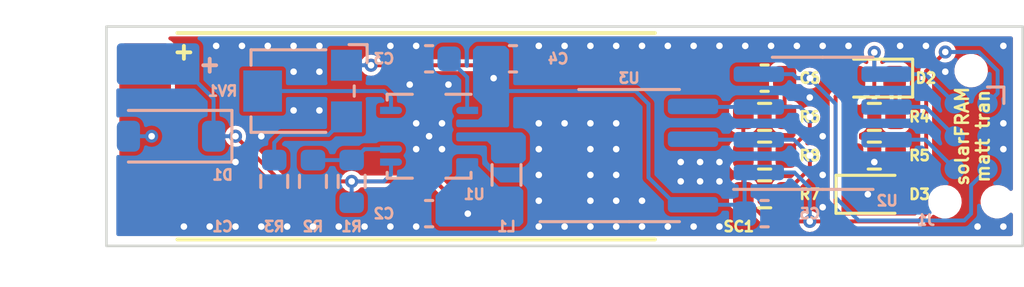
<source format=kicad_pcb>
(kicad_pcb (version 20221018) (generator pcbnew)
  (layers (0 "F.Cu" signal) (31 "B.Cu" signal) (34 "B.Paste" user) (35 "F.Paste" user) (36 "B.SilkS" user "B.Silkscreen") (37 "F.SilkS" user "F.Silkscreen") (38 "B.Mask" user) (39 "F.Mask" user) (44 "Edge.Cuts" user))
  (net 0 "")
  (net 1 "Net-(#FLG01-pwr)")
  (net 2 "GND")
  (net 3 "Net-(U1-VAUX)")
  (net 4 "+5V")
  (net 5 "/~{MCLR}")
  (net 6 "Net-(D1-A)")
  (net 7 "Net-(D2-K)")
  (net 8 "Net-(D3-A)")
  (net 9 "/LED")
  (net 10 "/ICSPCLK")
  (net 11 "/ICSPDAT")
  (net 12 "Net-(U1-L)")
  (net 13 "Net-(U1-UVLO)")
  (net 14 "Net-(R3-Pad1)")
  (net 15 "/SCL")
  (net 16 "/SDA")
  (net 17 "Net-(U1-FB)")
  (footprint "Resistor_SMD:R_0603_1608Metric" (layer "F.Cu") (at 163.5 99.25)
    (fp_text reference "R6" (at 1.75 0) (layer "F.SilkS") (effects (font (size 0.4 0.4) (thickness 0.1) bold)))
    (fp_text value "10k")
    (fp_line (start -0.237258 -0.5225) (end 0.237258 -0.5225) (stroke (width 0.12)) (layer "F.SilkS"))
    (fp_line (start -0.237258 0.5225) (end 0.237258 0.5225) (stroke (width 0.12)) (layer "F.SilkS"))
    (pad "1" smd roundrect (at -0.825 0) (size 0.8 0.95) (layers "F.Cu" "F.Paste" "F.Mask") (net 4 "+5V"))
    (pad "2" smd roundrect (at 0.825 0) (size 0.8 0.95) (layers "F.Cu" "F.Paste" "F.Mask") (net 5 "/~{MCLR}"))
  )
  (footprint "Resistor_SMD:R_0603_1608Metric" (layer "F.Cu") (at 163.5 102.25)
    (fp_text reference "R7" (at 1.75 0) (layer "F.SilkS") (effects (font (size 0.4 0.4) (thickness 0.1) bold)))
    (fp_text value "4k7")
    (fp_line (start -0.237258 -0.5225) (end 0.237258 -0.5225) (stroke (width 0.12)) (layer "F.SilkS"))
    (fp_line (start -0.237258 0.5225) (end 0.237258 0.5225) (stroke (width 0.12)) (layer "F.SilkS"))
    (pad "1" smd roundrect (at -0.825 0) (size 0.8 0.95) (layers "F.Cu" "F.Paste" "F.Mask") (net 4 "+5V"))
    (pad "2" smd roundrect (at 0.825 0) (size 0.8 0.95) (layers "F.Cu" "F.Paste" "F.Mask") (net 15 "/SCL"))
  )
  (footprint "Resistor_SMD:R_0603_1608Metric" (layer "F.Cu") (at 163.5 100.75)
    (fp_text reference "R8" (at 1.75 0) (layer "F.SilkS") (effects (font (size 0.4 0.4) (thickness 0.1) bold)))
    (fp_text value "4k7")
    (fp_line (start -0.237258 -0.5225) (end 0.237258 -0.5225) (stroke (width 0.12)) (layer "F.SilkS"))
    (fp_line (start -0.237258 0.5225) (end 0.237258 0.5225) (stroke (width 0.12)) (layer "F.SilkS"))
    (pad "1" smd roundrect (at -0.825 0) (size 0.8 0.95) (layers "F.Cu" "F.Paste" "F.Mask") (net 4 "+5V"))
    (pad "2" smd roundrect (at 0.825 0) (size 0.8 0.95) (layers "F.Cu" "F.Paste" "F.Mask") (net 16 "/SDA"))
  )
  (footprint "Resistor_SMD:R_0603_1608Metric" (layer "F.Cu") (at 167.75 100.75)
    (fp_text reference "R5" (at 1.75 0) (layer "F.SilkS") (effects (font (size 0.4 0.4) (thickness 0.1) bold)))
    (fp_text value "4k7")
    (fp_line (start -0.237258 -0.5225) (end 0.237258 -0.5225) (stroke (width 0.12)) (layer "F.SilkS"))
    (fp_line (start -0.237258 0.5225) (end 0.237258 0.5225) (stroke (width 0.12)) (layer "F.SilkS"))
    (pad "1" smd roundrect (at -0.825 0) (size 0.8 0.95) (layers "F.Cu" "F.Paste" "F.Mask") (net 9 "/LED"))
    (pad "2" smd roundrect (at 0.825 0) (size 0.8 0.95) (layers "F.Cu" "F.Paste" "F.Mask") (net 8 "Net-(D3-A)"))
  )
  (footprint "Capacitor_SMD:C_0603_1608Metric" (layer "F.Cu") (at 163.5 97.75)
    (fp_text reference "C6" (at 1.75 0) (layer "F.SilkS") (effects (font (size 0.4 0.4) (thickness 0.1) bold)))
    (fp_text value "100n")
    (fp_line (start -0.14058 -0.51) (end 0.14058 -0.51) (stroke (width 0.12)) (layer "F.SilkS"))
    (fp_line (start -0.14058 0.51) (end 0.14058 0.51) (stroke (width 0.12)) (layer "F.SilkS"))
    (pad "1" smd roundrect (at -0.775 0) (size 0.9 0.95) (layers "F.Cu" "F.Paste" "F.Mask") (net 2 "GND"))
    (pad "2" smd roundrect (at 0.775 0) (size 0.9 0.95) (layers "F.Cu" "F.Paste" "F.Mask") (net 5 "/~{MCLR}"))
  )
  (footprint "Resistor_SMD:R_4020_10251Metric" (layer "F.Cu") (at 150 100)
    (fp_text reference "SC1" (at 12.5 3.5) (layer "F.SilkS") (effects (font (size 0.4 0.4) (thickness 0.1) bold)))
    (fp_text value "KXOB25-14X1F")
    (fp_line (start -9.25 -4) (end 9.25 -4) (stroke (width 0.15)) (layer "F.SilkS"))
    (fp_line (start -9 -3.5) (end -9 -3) (stroke (width 0.15)) (layer "F.SilkS"))
    (fp_line (start -8.75 -3.25) (end -9.25 -3.25) (stroke (width 0.15)) (layer "F.SilkS"))
    (fp_line (start 9.25 4) (end -9.25 4) (stroke (width 0.15)) (layer "F.SilkS"))
    (pad "1" smd roundrect (at -10.5 0) (size 2 7.2) (layers "F.Cu" "F.Paste" "F.Mask") (roundrect_rratio 0.1) (net 6 "Net-(D1-A)"))
    (pad "2" smd roundrect (at 10.5 0) (size 2 7.2) (layers "F.Cu" "F.Paste" "F.Mask") (roundrect_rratio 0.1) (net 2 "GND"))
  )
  (footprint "Resistor_SMD:R_0603_1608Metric" (layer "F.Cu") (at 167.75 99.25 180)
    (fp_text reference "R4" (at -1.75 0) (layer "F.SilkS") (effects (font (size 0.4 0.4) (thickness 0.1) bold)))
    (fp_text value "4k7")
    (fp_line (start -0.237258 -0.5225) (end 0.237258 -0.5225) (stroke (width 0.12)) (layer "F.SilkS"))
    (fp_line (start -0.237258 0.5225) (end 0.237258 0.5225) (stroke (width 0.12)) (layer "F.SilkS"))
    (pad "1" smd roundrect (at -0.825 0 180) (size 0.8 0.95) (layers "F.Cu" "F.Paste" "F.Mask") (net 7 "Net-(D2-K)"))
    (pad "2" smd roundrect (at 0.825 0 180) (size 0.8 0.95) (layers "F.Cu" "F.Paste" "F.Mask") (net 9 "/LED"))
  )
  (footprint "LED_SMD:LED_0603_1608Metric" (layer "F.Cu") (at 167.75 97.75 180)
    (fp_text reference "D2" (at -2 0) (layer "F.SilkS") (effects (font (size 0.4 0.4) (thickness 0.1) bold)))
    (fp_text value "FAIL")
    (fp_line (start -1.485 -0.735) (end -1.485 0.735) (stroke (width 0.12)) (layer "F.SilkS"))
    (fp_line (start -1.485 0.735) (end 0.8 0.735) (stroke (width 0.12)) (layer "F.SilkS"))
    (fp_line (start 0.8 -0.735) (end -1.485 -0.735) (stroke (width 0.12)) (layer "F.SilkS"))
    (pad "1" smd roundrect (at -0.7875 0 180) (size 0.875 0.95) (layers "F.Cu" "F.Paste" "F.Mask") (net 7 "Net-(D2-K)"))
    (pad "2" smd roundrect (at 0.7875 0 180) (size 0.875 0.95) (layers "F.Cu" "F.Paste" "F.Mask") (net 4 "+5V"))
  )
  (footprint "LED_SMD:LED_0603_1608Metric" (layer "F.Cu") (at 167.75 102.25)
    (fp_text reference "D3" (at 1.75 0) (layer "F.SilkS") (effects (font (size 0.4 0.4) (thickness 0.1) bold)))
    (fp_text value "PASS")
    (fp_line (start -1.485 -0.735) (end -1.485 0.735) (stroke (width 0.12)) (layer "F.SilkS"))
    (fp_line (start -1.485 0.735) (end 0.8 0.735) (stroke (width 0.12)) (layer "F.SilkS"))
    (fp_line (start 0.8 -0.735) (end -1.485 -0.735) (stroke (width 0.12)) (layer "F.SilkS"))
    (pad "1" smd roundrect (at -0.7875 0) (size 0.875 0.95) (layers "F.Cu" "F.Paste" "F.Mask") (net 2 "GND"))
    (pad "2" smd roundrect (at 0.7875 0) (size 0.875 0.95) (layers "F.Cu" "F.Paste" "F.Mask") (net 8 "Net-(D3-A)"))
  )
  (footprint "Connector_PinHeader_2.54mm:PinHeader_1x02_P2.54mm_Vertical" (layer "B.Cu") (at 140 100 180)
    (fp_text reference "C1" (at -2.5 -3.5) (layer "B.SilkS") (effects (font (size 0.4 0.4) (thickness 0.1) bold) (justify mirror)))
    (fp_text value "0.47F")
    (fp_line (start -2 3) (end -2 2.5) (stroke (width 0.15)) (layer "B.SilkS"))
    (fp_line (start -1.75 2.75) (end -2.25 2.75) (stroke (width 0.15)) (layer "B.SilkS"))
    (pad "1" smd roundrect (at 0 2.8 180) (size 3.2 1.6) (layers "B.Cu" "B.Paste" "B.Mask") (roundrect_rratio 0.1) (net 1 "Net-(#FLG01-pwr)"))
    (pad "2" smd roundrect (at 0 -2.8 180) (size 3.2 1.6) (layers "B.Cu" "B.Paste" "B.Mask") (roundrect_rratio 0.1) (net 2 "GND"))
  )
  (footprint "Capacitor_SMD:C_0603_1608Metric" (layer "B.Cu") (at 153.75 97)
    (fp_text reference "C4" (at 1.75 0) (layer "B.SilkS") (effects (font (size 0.4 0.4) (thickness 0.1) bold) (justify mirror)))
    (fp_text value "10u")
    (fp_line (start -0.14058 -0.51) (end 0.14058 -0.51) (stroke (width 0.12)) (layer "B.SilkS"))
    (fp_line (start -0.14058 0.51) (end 0.14058 0.51) (stroke (width 0.12)) (layer "B.SilkS"))
    (pad "1" smd roundrect (at -0.775 0) (size 0.9 0.95) (layers "B.Cu" "B.Paste" "B.Mask") (net 4 "+5V"))
    (pad "2" smd roundrect (at 0.775 0) (size 0.9 0.95) (layers "B.Cu" "B.Paste" "B.Mask") (net 2 "GND"))
  )
  (footprint "Package_SO:SOIC-8_3.9x4.9mm_P1.27mm" (layer "B.Cu") (at 158.25 100.75)
    (fp_text reference "U3" (at 0 -3) (layer "B.SilkS") (effects (font (size 0.4 0.4) (thickness 0.1) bold) (justify mirror)))
    (fp_text value "FM24C64B")
    (fp_line (start 0 -2.56) (end -1.95 -2.56) (stroke (width 0.12)) (layer "B.SilkS"))
    (fp_line (start 0 -2.56) (end 1.95 -2.56) (stroke (width 0.12)) (layer "B.SilkS"))
    (fp_line (start 0 2.56) (end -3.45 2.56) (stroke (width 0.12)) (layer "B.SilkS"))
    (fp_line (start 0 2.56) (end 1.95 2.56) (stroke (width 0.12)) (layer "B.SilkS"))
    (pad "1" smd roundrect (at -2.475 1.905) (size 1.95 0.6) (layers "B.Cu" "B.Paste" "B.Mask") (net 2 "GND"))
    (pad "2" smd roundrect (at -2.475 0.635) (size 1.95 0.6) (layers "B.Cu" "B.Paste" "B.Mask") (net 2 "GND"))
    (pad "3" smd roundrect (at -2.475 -0.635) (size 1.95 0.6) (layers "B.Cu" "B.Paste" "B.Mask") (net 2 "GND"))
    (pad "4" smd roundrect (at -2.475 -1.905) (size 1.95 0.6) (layers "B.Cu" "B.Paste" "B.Mask") (net 2 "GND"))
    (pad "5" smd roundrect (at 2.475 -1.905) (size 1.95 0.6) (layers "B.Cu" "B.Paste" "B.Mask") (net 16 "/SDA"))
    (pad "6" smd roundrect (at 2.475 -0.635) (size 1.95 0.6) (layers "B.Cu" "B.Paste" "B.Mask") (net 15 "/SCL"))
    (pad "7" smd roundrect (at 2.475 0.635) (size 1.95 0.6) (layers "B.Cu" "B.Paste" "B.Mask") (net 2 "GND"))
    (pad "8" smd roundrect (at 2.475 1.905) (size 1.95 0.6) (layers "B.Cu" "B.Paste" "B.Mask") (net 4 "+5V"))
  )
  (footprint "Package_SON:Texas_S-PVSON-N10_ThermalVias" (layer "B.Cu") (at 150.5 100 180)
    (fp_text reference "U1" (at -1.75 -2.25) (layer "B.SilkS") (effects (font (size 0.4 0.4) (thickness 0.1) bold) (justify mirror)))
    (fp_text value "TPS61201DRC")
    (fp_line (start -1.625 -1.625) (end -1.625 -1.4) (stroke (width 0.12)) (layer "B.SilkS"))
    (fp_line (start -1.625 -1.625) (end -0.65 -1.625) (stroke (width 0.12)) (layer "B.SilkS"))
    (fp_line (start -1.625 1.625) (end -0.65 1.625) (stroke (width 0.12)) (layer "B.SilkS"))
    (fp_line (start 0.65 -1.625) (end 1.625 -1.625) (stroke (width 0.12)) (layer "B.SilkS"))
    (fp_line (start 0.65 1.625) (end 1.625 1.625) (stroke (width 0.12)) (layer "B.SilkS"))
    (fp_line (start 1.625 -1.4) (end 1.625 -1.625) (stroke (width 0.12)) (layer "B.SilkS"))
    (fp_line (start 1.625 1.4) (end 1.625 1.625) (stroke (width 0.12)) (layer "B.SilkS"))
    (pad "1" smd rect (at -1.76 1 180) (size 0.28 0.28) (layers "B.Cu" "B.Paste" "B.Mask") (net 3 "Net-(U1-VAUX)"))
    (pad "1" smd oval (at -1.475 1 180) (size 0.85 0.28) (layers "B.Cu" "B.Paste" "B.Mask") (net 3 "Net-(U1-VAUX)"))
    (pad "2" smd rect (at -1.76 0.5 180) (size 0.28 0.28) (layers "B.Cu" "B.Paste" "B.Mask") (net 4 "+5V"))
    (pad "2" smd oval (at -1.475 0.5 180) (size 0.85 0.28) (layers "B.Cu" "B.Paste" "B.Mask") (net 4 "+5V"))
    (pad "3" smd rect (at -1.76 0 180) (size 0.28 0.28) (layers "B.Cu" "B.Paste" "B.Mask") (net 12 "Net-(U1-L)"))
    (pad "3" smd oval (at -1.475 0 180) (size 0.85 0.28) (layers "B.Cu" "B.Paste" "B.Mask") (net 12 "Net-(U1-L)"))
    (pad "4" smd rect (at -1.76 -0.5 180) (size 0.28 0.28) (layers "B.Cu" "B.Paste" "B.Mask") (net 2 "GND"))
    (pad "4" smd oval (at -1.475 -0.5 180) (size 0.85 0.28) (layers "B.Cu" "B.Paste" "B.Mask") (net 2 "GND"))
    (pad "5" smd rect (at -1.76 -1 180) (size 0.28 0.28) (layers "B.Cu" "B.Paste" "B.Mask") (net 1 "Net-(#FLG01-pwr)"))
    (pad "5" smd oval (at -1.475 -1 180) (size 0.85 0.28) (layers "B.Cu" "B.Paste" "B.Mask") (net 1 "Net-(#FLG01-pwr)"))
    (pad "6" smd oval (at 1.475 -1 180) (size 0.85 0.28) (layers "B.Cu" "B.Paste" "B.Mask") (net 1 "Net-(#FLG01-pwr)"))
    (pad "6" smd rect (at 1.76 -1 180) (size 0.28 0.28) (layers "B.Cu" "B.Paste" "B.Mask") (net 1 "Net-(#FLG01-pwr)"))
    (pad "7" smd oval (at 1.475 -0.5 180) (size 0.85 0.28) (layers "B.Cu" "B.Paste" "B.Mask") (net 13 "Net-(U1-UVLO)"))
    (pad "7" smd rect (at 1.76 -0.5 180) (size 0.28 0.28) (layers "B.Cu" "B.Paste" "B.Mask") (net 13 "Net-(U1-UVLO)"))
    (pad "8" smd oval (at 1.475 0 180) (size 0.85 0.28) (layers "B.Cu" "B.Paste" "B.Mask") (net 2 "GND"))
    (pad "8" smd rect (at 1.76 0 180) (size 0.28 0.28) (layers "B.Cu" "B.Paste" "B.Mask") (net 2 "GND"))
    (pad "9" smd oval (at 1.475 0.5 180) (size 0.85 0.28) (layers "B.Cu" "B.Paste" "B.Mask") (net 2 "GND"))
    (pad "9" smd rect (at 1.76 0.5 180) (size 0.28 0.28) (layers "B.Cu" "B.Paste" "B.Mask") (net 2 "GND"))
    (pad "10" smd oval (at 1.475 1 180) (size 0.85 0.28) (layers "B.Cu" "B.Paste" "B.Mask") (net 17 "Net-(U1-FB)"))
    (pad "10" smd rect (at 1.76 1 180) (size 0.28 0.28) (layers "B.Cu" "B.Paste" "B.Mask") (net 17 "Net-(U1-FB)"))
    (pad "11" smd rect (at -0.45 -0.635 180) (size 0.68 1.05) (layers "B.Cu" "B.Paste" "B.Mask") (net 2 "GND"))
    (pad "11" smd rect (at -0.45 0.635 180) (size 0.68 1.05) (layers "B.Cu" "B.Paste" "B.Mask") (net 2 "GND"))
    (pad "11" smd rect (at -0.25 -1.63 180) (size 0.26 0.5) (layers "B.Cu" "B.Paste" "B.Mask") (net 2 "GND"))
    (pad "11" smd rect (at -0.25 -1.55 180) (size 0.28 0.7) (layers "B.Cu" "B.Mask") (net 2 "GND"))
    (pad "11" smd rect (at -0.25 1.55 180) (size 0.28 0.7) (layers "B.Cu" "B.Mask") (net 2 "GND"))
    (pad "11" smd rect (at -0.25 1.63 180) (size 0.26 0.5) (layers "B.Cu" "B.Paste" "B.Mask") (net 2 "GND"))
    (pad "11" smd rect (at 0 0 180) (size 1.65 2.4) (layers "B.Cu" "B.Mask") (net 2 "GND"))
    (pad "11" smd rect (at 0.25 -1.63 180) (size 0.26 0.5) (layers "B.Cu" "B.Paste" "B.Mask") (net 2 "GND"))
    (pad "11" smd rect (at 0.25 -1.55 180) (size 0.28 0.7) (layers "B.Cu" "B.Mask") (net 2 "GND"))
    (pad "11" smd rect (at 0.25 1.55 180) (size 0.28 0.7) (layers "B.Cu" "B.Mask") (net 2 "GND"))
    (pad "11" smd rect (at 0.25 1.63 180) (size 0.26 0.5) (layers "B.Cu" "B.Paste" "B.Mask") (net 2 "GND"))
    (pad "11" smd rect (at 0.45 -0.635 180) (size 0.68 1.05) (layers "B.Cu" "B.Paste" "B.Mask") (net 2 "GND"))
    (pad "11" smd rect (at 0.45 0.635 180) (size 0.68 1.05) (layers "B.Cu" "B.Paste" "B.Mask") (net 2 "GND"))
  )
  (footprint "Capacitor_SMD:C_0603_1608Metric" (layer "B.Cu") (at 150.5 97 180)
    (fp_text reference "C3" (at 1.75 0) (layer "B.SilkS") (effects (font (size 0.4 0.4) (thickness 0.1) bold) (justify mirror)))
    (fp_text value "1u")
    (fp_line (start -0.14058 -0.51) (end 0.14058 -0.51) (stroke (width 0.12)) (layer "B.SilkS"))
    (fp_line (start -0.14058 0.51) (end 0.14058 0.51) (stroke (width 0.12)) (layer "B.SilkS"))
    (pad "1" smd roundrect (at -0.775 0 180) (size 0.9 0.95) (layers "B.Cu" "B.Paste" "B.Mask") (net 3 "Net-(U1-VAUX)"))
    (pad "2" smd roundrect (at 0.775 0 180) (size 0.9 0.95) (layers "B.Cu" "B.Paste" "B.Mask") (net 2 "GND"))
  )
  (footprint "Capacitor_SMD:C_0603_1608Metric" (layer "B.Cu") (at 150.5 103 180)
    (fp_text reference "C2" (at 1.75 0) (layer "B.SilkS") (effects (font (size 0.4 0.4) (thickness 0.1) bold) (justify mirror)))
    (fp_text value "10u")
    (fp_line (start -0.14058 -0.51) (end 0.14058 -0.51) (stroke (width 0.12)) (layer "B.SilkS"))
    (fp_line (start -0.14058 0.51) (end 0.14058 0.51) (stroke (width 0.12)) (layer "B.SilkS"))
    (pad "1" smd roundrect (at -0.775 0 180) (size 0.9 0.95) (layers "B.Cu" "B.Paste" "B.Mask") (net 1 "Net-(#FLG01-pwr)"))
    (pad "2" smd roundrect (at 0.775 0 180) (size 0.9 0.95) (layers "B.Cu" "B.Paste" "B.Mask") (net 2 "GND"))
  )
  (footprint "Potentiometer_SMD:Potentiometer_Bourns_TC33X_Vertical" (layer "B.Cu") (at 145.5 98.25 180)
    (fp_text reference "RV1" (at 3 0) (layer "B.SilkS") (effects (font (size 0.4 0.4) (thickness 0.1) bold) (justify mirror)))
    (fp_text value "1M")
    (fp_line (start -2.6 1.8) (end -2.6 1.1) (stroke (width 0.12)) (layer "B.SilkS"))
    (fp_line (start -2.1 0.2) (end -2.1 -0.2) (stroke (width 0.12)) (layer "B.SilkS"))
    (fp_line (start -1.9 1.8) (end -2.6 1.8) (stroke (width 0.12)) (layer "B.SilkS"))
    (fp_line (start -1 -1.6) (end 1.9 -1.6) (stroke (width 0.12)) (layer "B.SilkS"))
    (fp_line (start -1 1.6) (end 1.9 1.6) (stroke (width 0.12)) (layer "B.SilkS"))
    (fp_line (start 1.9 -1.6) (end 1.9 -1) (stroke (width 0.12)) (layer "B.SilkS"))
    (fp_line (start 1.9 1.6) (end 1.9 1) (stroke (width 0.12)) (layer "B.SilkS"))
    (pad "1" smd rect (at -1.8 1 180) (size 1.2 1.2) (layers "B.Cu" "B.Paste" "B.Mask") (net 4 "+5V"))
    (pad "2" smd rect (at 1.45 0 180) (size 1.5 1.6) (layers "B.Cu" "B.Paste" "B.Mask") (net 17 "Net-(U1-FB)"))
    (pad "3" smd rect (at -1.8 -1 180) (size 1.2 1.2) (layers "B.Cu" "B.Paste" "B.Mask") (net 14 "Net-(R3-Pad1)"))
  )
  (footprint "Resistor_SMD:R_0603_1608Metric" (layer "B.Cu") (at 146 101.75 -90)
    (fp_text reference "R2" (at 1.75 0 -180) (layer "B.SilkS") (effects (font (size 0.4 0.4) (thickness 0.1) bold) (justify mirror)))
    (fp_text value "1M")
    (fp_line (start -0.237258 -0.5225) (end 0.237258 -0.5225) (stroke (width 0.12)) (layer "B.SilkS"))
    (fp_line (start -0.237258 0.5225) (end 0.237258 0.5225) (stroke (width 0.12)) (layer "B.SilkS"))
    (pad "1" smd roundrect (at -0.825 0 270) (size 0.8 0.95) (layers "B.Cu" "B.Paste" "B.Mask") (net 13 "Net-(U1-UVLO)"))
    (pad "2" smd roundrect (at 0.825 0 270) (size 0.8 0.95) (layers "B.Cu" "B.Paste" "B.Mask") (net 2 "GND"))
  )
  (footprint "Inductor_SMD:L_0805_2012Metric" (layer "B.Cu") (at 153.5 101.5 90)
    (fp_text reference "L1" (at -2 0 180) (layer "B.SilkS") (effects (font (size 0.4 0.4) (thickness 0.1) bold) (justify mirror)))
    (fp_text value "2u2")
    (fp_line (start -0.399622 -0.56) (end 0.399622 -0.56) (stroke (width 0.12)) (layer "B.SilkS"))
    (fp_line (start -0.399622 0.56) (end 0.399622 0.56) (stroke (width 0.12)) (layer "B.SilkS"))
    (pad "1" smd roundrect (at -1.0625 0 90) (size 0.875 1.2) (layers "B.Cu" "B.Paste" "B.Mask") (net 1 "Net-(#FLG01-pwr)"))
    (pad "2" smd roundrect (at 1.0625 0 90) (size 0.875 1.2) (layers "B.Cu" "B.Paste" "B.Mask") (net 12 "Net-(U1-L)"))
  )
  (footprint "Resistor_SMD:R_0603_1608Metric" (layer "B.Cu") (at 147.5 101.75 90)
    (fp_text reference "R1" (at -1.75 0 180) (layer "B.SilkS") (effects (font (size 0.4 0.4) (thickness 0.1) bold) (justify mirror)))
    (fp_text value "470k")
    (fp_line (start -0.237258 -0.5225) (end 0.237258 -0.5225) (stroke (width 0.12)) (layer "B.SilkS"))
    (fp_line (start -0.237258 0.5225) (end 0.237258 0.5225) (stroke (width 0.12)) (layer "B.SilkS"))
    (pad "1" smd roundrect (at -0.825 0 90) (size 0.8 0.95) (layers "B.Cu" "B.Paste" "B.Mask") (net 1 "Net-(#FLG01-pwr)"))
    (pad "2" smd roundrect (at 0.825 0 90) (size 0.8 0.95) (layers "B.Cu" "B.Paste" "B.Mask") (net 13 "Net-(U1-UVLO)"))
  )
  (footprint "Diode_SMD:D_SOD-123" (layer "B.Cu") (at 140.5 100 180)
    (fp_text reference "D1" (at -2 -1.5) (layer "B.SilkS") (effects (font (size 0.4 0.4) (thickness 0.1) bold) (justify mirror)))
    (fp_text value "D_Schottky_Filled")
    (fp_line (start -2.36 -1) (end 1.65 -1) (stroke (width 0.12)) (layer "B.SilkS"))
    (fp_line (start -2.36 1) (end -2.36 -1) (stroke (width 0.12)) (layer "B.SilkS"))
    (fp_line (start -2.36 1) (end 1.65 1) (stroke (width 0.12)) (layer "B.SilkS"))
    (pad "1" smd roundrect (at -1.65 0 180) (size 0.9 1.2) (layers "B.Cu" "B.Paste" "B.Mask") (net 1 "Net-(#FLG01-pwr)"))
    (pad "2" smd roundrect (at 1.65 0 180) (size 0.9 1.2) (layers "B.Cu" "B.Paste" "B.Mask") (net 6 "Net-(D1-A)"))
  )
  (footprint "Capacitor_SMD:C_0603_1608Metric" (layer "B.Cu") (at 163.5 103 180)
    (fp_text reference "C5" (at -1.75 0) (layer "B.SilkS") (effects (font (size 0.4 0.4) (thickness 0.1) bold) (justify mirror)))
    (fp_text value "100n")
    (fp_line (start -0.14058 -0.51) (end 0.14058 -0.51) (stroke (width 0.12)) (layer "B.SilkS"))
    (fp_line (start -0.14058 0.51) (end 0.14058 0.51) (stroke (width 0.12)) (layer "B.SilkS"))
    (pad "1" smd roundrect (at -0.775 0 180) (size 0.9 0.95) (layers "B.Cu" "B.Paste" "B.Mask") (net 2 "GND"))
    (pad "2" smd roundrect (at 0.775 0 180) (size 0.9 0.95) (layers "B.Cu" "B.Paste" "B.Mask") (net 4 "+5V"))
  )
  (footprint "Resistor_SMD:R_0603_1608Metric" (layer "B.Cu") (at 144.5 101.75 -90)
    (fp_text reference "R3" (at 1.75 0 -180) (layer "B.SilkS") (effects (font (size 0.4 0.4) (thickness 0.1) bold) (justify mirror)))
    (fp_text value "0")
    (fp_line (start -0.237258 -0.5225) (end 0.237258 -0.5225) (stroke (width 0.12)) (layer "B.SilkS"))
    (fp_line (start -0.237258 0.5225) (end 0.237258 0.5225) (stroke (width 0.12)) (layer "B.SilkS"))
    (pad "1" smd roundrect (at -0.825 0 270) (size 0.8 0.95) (layers "B.Cu" "B.Paste" "B.Mask") (net 14 "Net-(R3-Pad1)"))
    (pad "2" smd roundrect (at 0.825 0 270) (size 0.8 0.95) (layers "B.Cu" "B.Paste" "B.Mask") (net 2 "GND"))
  )
  (footprint "Connector:Tag-Connect_TC2030-IDC-NL_2x03_P1.27mm_Vertical" (layer "B.Cu") (at 171.5 100 -90)
    (fp_text reference "J1" (at 3.25 1.75 -180) (layer "B.SilkS") (effects (font (size 0.4 0.4) (thickness 0.1) bold) (justify mirror)))
    (fp_text value "ICSP")
    (fp_line (start -1.905 -1.27) (end -1.905 -0.635) (stroke (width 0.12)) (layer "B.SilkS"))
    (fp_line (start -1.27 -1.27) (end -1.905 -1.27) (stroke (width 0.12)) (layer "B.SilkS"))
    (pad "" np_thru_hole circle (at -2.54 0 270) (size 0.9906 0.9906) (drill 0.9906) (layers "*.Cu" "*.Mask"))
    (pad "" np_thru_hole circle (at 2.54 -1.016 270) (size 0.9906 0.9906) (drill 0.9906) (layers "*.Cu" "*.Mask"))
    (pad "" np_thru_hole circle (at 2.54 1.016 270) (size 0.9906 0.9906) (drill 0.9906) (layers "*.Cu" "*.Mask"))
    (pad "1" connect circle (at -1.27 -0.635 270) (size 0.7874 0.7874) (layers "B.Cu" "B.Mask") (net 4 "+5V"))
    (pad "2" connect circle (at -1.27 0.635 270) (size 0.7874 0.7874) (layers "B.Cu" "B.Mask") (net 9 "/LED"))
    (pad "3" connect circle (at 0 -0.635 270) (size 0.7874 0.7874) (layers "B.Cu" "B.Mask") (net 2 "GND"))
    (pad "4" connect circle (at 0 0.635 270) (size 0.7874 0.7874) (layers "B.Cu" "B.Mask") (net 10 "/ICSPCLK"))
    (pad "5" connect circle (at 1.27 -0.635 270) (size 0.7874 0.7874) (layers "B.Cu" "B.Mask") (net 5 "/~{MCLR}"))
    (pad "6" connect circle (at 1.27 0.635 270) (size 0.7874 0.7874) (layers "B.Cu" "B.Mask") (net 11 "/ICSPDAT"))
    (zone (net 0) (net_name "") (layer "B.Cu") (connect_pads (clearance 0)) (min_thickness 0.254)
      (keepout (tracks allowed) (vias not_allowed) (pads allowed) (copperpour not_allowed) (footprints not_allowed))
      (fill (thermal_gap 0.508) (thermal_bridge_width 0.508))
      (polygon (pts (xy 170.865 101.27) (xy 170.865 98.73) (xy 172.135 98.73) (xy 172.135 101.27)))
    )
  )
  (footprint "Package_SO:SOIC-8_3.9x4.9mm_P1.27mm" (layer "B.Cu") (at 165.75 99.5)
    (fp_text reference "U2" (at 2.5 3) (layer "B.SilkS") (effects (font (size 0.4 0.4) (thickness 0.1) bold) (justify mirror)))
    (fp_text value "PIC12F1571-ISN")
    (fp_line (start 0 -2.56) (end -1.95 -2.56) (stroke (width 0.12)) (layer "B.SilkS"))
    (fp_line (start 0 -2.56) (end 1.95 -2.56) (stroke (width 0.12)) (layer "B.SilkS"))
    (fp_line (start 0 2.56) (end -3.45 2.56) (stroke (width 0.12)) (layer "B.SilkS"))
    (fp_line (start 0 2.56) (end 1.95 2.56) (stroke (width 0.12)) (layer "B.SilkS"))
    (pad "1" smd roundrect (at -2.475 1.905) (size 1.95 0.6) (layers "B.Cu" "B.Paste" "B.Mask") (net 4 "+5V"))
    (pad "2" smd roundrect (at -2.475 0.635) (size 1.95 0.6) (layers "B.Cu" "B.Paste" "B.Mask") (net 15 "/SCL"))
    (pad "3" smd roundrect (at -2.475 -0.635) (size 1.95 0.6) (layers "B.Cu" "B.Paste" "B.Mask") (net 16 "/SDA"))
    (pad "4" smd roundrect (at -2.475 -1.905) (size 1.95 0.6) (layers "B.Cu" "B.Paste" "B.Mask") (net 5 "/~{MCLR}"))
    (pad "5" smd roundrect (at 2.475 -1.905) (size 1.95 0.6) (layers "B.Cu" "B.Paste" "B.Mask") (net 9 "/LED"))
    (pad "6" smd roundrect (at 2.475 -0.635) (size 1.95 0.6) (layers "B.Cu" "B.Paste" "B.Mask") (net 10 "/ICSPCLK"))
    (pad "7" smd roundrect (at 2.475 0.635) (size 1.95 0.6) (layers "B.Cu" "B.Paste" "B.Mask") (net 11 "/ICSPDAT"))
    (pad "8" smd roundrect (at 2.475 1.905) (size 1.95 0.6) (layers "B.Cu" "B.Paste" "B.Mask") (net 2 "GND"))
  )
  (gr_rect (start 138 95.75) (end 173.5 104.25) (stroke (width 0.1)) (fill none) (layer "Edge.Cuts"))
  (gr_text "solarFRAM\nmatt tran" (at 172.25 100 90) (layer "F.SilkS") (effects (font (size 0.5 0.5) (thickness 0.1) bold) (justify bottom)))
  (segment (start 144.75 101.75) (end 147.5 101.75) (width 0.1524) (layer "F.Cu") (net 1))
  (segment (start 143 100) (end 144.75 101.75) (width 0.1524) (layer "F.Cu") (net 1))
  (segment (start 150.75 101.75) (end 152 103) (width 0.1524) (layer "F.Cu") (net 1))
  (segment (start 147.5 101.75) (end 150.75 101.75) (width 0.1524) (layer "F.Cu") (net 1))
  (via (at 143 100) (size 0.508) (drill 0.254) (layers "F.Cu" "B.Cu") (net 1))
  (via (at 152 103) (size 0.508) (drill 0.254) (layers "F.Cu" "B.Cu") (net 1))
  (via (at 147.5 101.75) (size 0.508) (drill 0.254) (layers "F.Cu" "B.Cu") (net 1))
  (segment (start 142.15 100) (end 142.15 98.55) (width 0.1524) (layer "B.Cu") (net 1))
  (segment (start 147.5 101.75) (end 148.75 101.75) (width 0.1524) (layer "B.Cu") (net 1))
  (segment (start 140.8 97.2) (end 140 97.2) (width 0.1524) (layer "B.Cu") (net 1))
  (segment (start 142.15 100) (end 143 100) (width 0.1524) (layer "B.Cu") (net 1))
  (segment (start 148.75 101.75) (end 149.025 101.475) (width 0.1524) (layer "B.Cu") (net 1))
  (segment (start 147.5 102.575) (end 147.5 101.75) (width 0.1524) (layer "B.Cu") (net 1))
  (segment (start 149.025 101.475) (end 149.025 101) (width 0.1524) (layer "B.Cu") (net 1))
  (segment (start 142.15 98.55) (end 140.8 97.2) (width 0.1524) (layer "B.Cu") (net 1))
  (via (at 150.5 100) (size 0.508) (drill 0.254) (layers "F.Cu" "B.Cu") (net 2))
  (via (at 161 101.75) (size 0.508) (drill 0.254) (layers "F.Cu" "B.Cu") (net 2))
  (via (at 142 103.5) (size 0.508) (drill 0.254) (layers "F.Cu" "B.Cu") (net 2))
  (via (at 151 100.5) (size 0.508) (drill 0.254) (layers "F.Cu" "B.Cu") (net 2))
  (via (at 157.75 96.5) (size 0.508) (drill 0.254) (layers "F.Cu" "B.Cu") (net 2))
  (via (at 158.75 96.5) (size 0.508) (drill 0.254) (layers "F.Cu" "B.Cu") (net 2))
  (via (at 150 103.5) (size 0.508) (drill 0.254) (layers "F.Cu" "B.Cu") (net 2))
  (via (at 159.75 103.5) (size 0.508) (drill 0.254) (layers "F.Cu" "B.Cu") (net 2))
  (via (at 142.25 96.5) (size 0.508) (drill 0.254) (layers "F.Cu" "B.Cu") (net 2))
  (via (at 172.75 99.5) (size 0.508) (drill 0.254) (layers "F.Cu" "B.Cu") (net 2))
  (via (at 157.75 100.5) (size 0.508) (drill 0.254) (layers "F.Cu" "B.Cu") (net 2))
  (via (at 156.75 102.5) (size 0.508) (drill 0.254) (layers "F.Cu" "B.Cu") (net 2))
  (via (at 154.75 99.5) (size 0.508) (drill 0.254) (layers "F.Cu" "B.Cu") (net 2))
  (via (at 156.75 103.5) (size 0.508) (drill 0.254) (layers "F.Cu" "B.Cu") (net 2))
  (via (at 157.75 102.5) (size 0.508) (drill 0.254) (layers "F.Cu" "B.Cu") (net 2))
  (via (at 149 103.5) (size 0.508) (drill 0.254) (layers "F.Cu" "B.Cu") (net 2))
  (via (at 165.25 98.5) (size 0.508) (drill 0.254) (layers "F.Cu" "B.Cu") (net 2))
  (via (at 149.75 98) (size 0.508) (drill 0.254) (layers "F.Cu" "B.Cu") (net 2))
  (via (at 150 99.5) (size 0.508) (drill 0.254) (layers "F.Cu" "B.Cu") (net 2))
  (via (at 172.75 100.5) (size 0.508) (drill 0.254) (layers "F.Cu" "B.Cu") (net 2))
  (via (at 145.25 97.5) (size 0.508) (drill 0.254) (layers "F.Cu" "B.Cu") (net 2))
  (via (at 169.75 96.5) (size 0.508) (drill 0.254) (layers "F.Cu" "B.Cu") (net 2))
  (via (at 154.75 96.5) (size 0.508) (drill 0.254) (layers "F.Cu" "B.Cu") (net 2))
  (via (at 151.25 98) (size 0.508) (drill 0.254) (layers "F.Cu" "B.Cu") (net 2))
  (via (at 165.75 101.5) (size 0.508) (drill 0.254) (layers "F.Cu" "B.Cu") (net 2))
  (via (at 161.75 103.5) (size 0.508) (drill 0.254) (layers "F.Cu" "B.Cu") (net 2))
  (via (at 143.25 96.5) (size 0.508) (drill 0.254) (layers "F.Cu" "B.Cu") (net 2))
  (via (at 146.25 97.5) (size 0.508) (drill 0.254) (layers "F.Cu" "B.Cu") (net 2))
  (via (at 172.75 96.5) (size 0.508) (drill 0.254) (layers "F.Cu" "B.Cu") (net 2))
  (via (at 165.75 100) (size 0.508) (drill 0.254) (layers "F.Cu" "B.Cu") (net 2))
  (via (at 144.25 96.5) (size 0.508) (drill 0.254) (layers "F.Cu" "B.Cu") (net 2))
  (via (at 145 103.5) (size 0.508) (drill 0.254) (layers "F.Cu" "B.Cu") (net 2))
  (via (at 161.75 101.75) (size 0.508) (drill 0.254) (layers "F.Cu" "B.Cu") (net 2))
  (via (at 161.75 101) (size 0.508) (drill 0.254) (layers "F.Cu" "B.Cu") (net 2))
  (via (at 154.75 101.5) (size 0.508) (drill 0.254) (layers "F.Cu" "B.Cu") (net 2))
  (via (at 160.25 101) (size 0.508) (drill 0.254) (layers "F.Cu" "B.Cu") (net 2))
  (via (at 156.75 99.5) (size 0.508) (drill 0.254) (layers "F.Cu" "B.Cu") (net 2))
  (via (at 156.75 96.5) (size 0.508) (drill 0.254) (layers "F.Cu" "B.Cu") (net 2))
  (via (at 154.75 102.5) (size 0.508) (drill 0.254) (layers "F.Cu" "B.Cu") (net 2))
  (via (at 151 99.5) (size 0.508) (drill 0.254) (layers "F.Cu" "B.Cu") (net 2))
  (via (at 164.75 96.5) (size 0.508) (drill 0.254) (layers "F.Cu" "B.Cu") (net 2))
  (via (at 155.75 99.5) (size 0.508) (drill 0.254) (layers "F.Cu" "B.Cu") (net 2))
  (via (at 163.75 96.5) (size 0.508) (drill 0.254) (layers "F.Cu" "B.Cu") (net 2))
  (via (at 172.75 103.5) (size 0.508) (drill 0.254) (layers "F.Cu" "B.Cu") (net 2))
  (via (at 150 100.5) (size 0.508) (drill 0.254) (layers "F.Cu" "B.Cu") (net 2))
  (via (at 170.5 97.5) (size 0.508) (drill 0.254) (layers "F.Cu" "B.Cu") (net 2))
  (via (at 141 103.5) (size 0.508) (drill 0.254) (layers "F.Cu" "B.Cu") (net 2))
  (via (at 165.75 96.5) (size 0.508) (drill 0.254) (layers "F.Cu" "B.Cu") (net 2))
  (via (at 167.5 102.25) (size 0.508) (drill 0.254) (layers "F.Cu" "B.Cu") (net 2))
  (via (at 146 103.5) (size 0.508) (drill 0.254) (layers "F.Cu" "B.Cu") (net 2))
  (via (at 155.75 96.5) (size 0.508) (drill 0.254) (layers "F.Cu" "B.Cu") (net 2))
  (via (at 144 100) (size 0.508) (drill 0.254) (layers "F.Cu" "B.Cu") (net 2))
  (via (at 160.75 103.5) (size 0.508) (drill 0.254) (layers "F.Cu" "B.Cu") (net 2))
  (via (at 160.75 96.5) (size 0.508) (drill 0.254) (layers "F.Cu" "B.Cu") (net 2))
  (via (at 158.75 103.5) (size 0.508) (drill 0.254) (layers "F.Cu" "B.Cu") (net 2))
  (via (at 144 103.5) (size 0.508) (drill 0.254) (layers "F.Cu" "B.Cu") (net 2))
  (via (at 146.25 96.5) (size 0.508) (drill 0.254) (layers "F.Cu" "B.Cu") (net 2))
  (via (at 145.25 96.5) (size 0.508) (drill 0.254) (layers "F.Cu" "B.Cu") (net 2))
  (via (at 143 103.5) (size 0.508) (drill 0.254) (layers "F.Cu" "B.Cu") (net 2))
  (via (at 154.75 103.5) (size 0.508) (drill 0.254) (layers "F.Cu" "B.Cu") (net 2))
  (via (at 167.75 101) (size 0.508) (drill 0.254) (layers "F.Cu" "B.Cu") (net 2))
  (via (at 171.75 103.5) (size 0.508) (drill 0.254) (layers "F.Cu" "B.Cu") (net 2))
  (via (at 161.75 96.5) (size 0.508) (drill 0.254) (layers "F.Cu" "B.Cu") (net 2))
  (via (at 148 103.5) (size 0.508) (drill 0.254) (layers "F.Cu" "B.Cu") (net 2))
  (via (at 162.75 96.5) (size 0.508) (drill 0.254) (layers "F.Cu" "B.Cu") (net 2))
  (via (at 161 101) (size 0.508) (drill 0.254) (layers "F.Cu" "B.Cu") (net 2))
  (via (at 143 101) (size 0.508) (drill 0.254) (layers "F.Cu" "B.Cu") (net 2))
  (via (at 146.25 99) (size 0.508) (drill 0.254) (layers "F.Cu" "B.Cu") (net 2))
  (via (at 154.75 100.5) (size 0.508) (drill 0.254) (layers "F.Cu" "B.Cu") (net 2))
  (via (at 165.75 102.75) (size 0.508) (drill 0.254) (layers "F.Cu" "B.Cu") (net 2))
  (via (at 155.75 103.5) (size 0.508) (drill 0.254) (layers "F.Cu" "B.Cu") (net 2))
  (via (at 156.75 101.5) (size 0.508) (drill 0.254) (layers "F.Cu" "B.Cu") (net 2))
  (via (at 147 103.5) (size 0.508) (drill 0.254) (layers "F.Cu" "B.Cu") (net 2))
  (via (at 157.75 103.5) (size 0.508) (drill 0.254) (layers "F.Cu" "B.Cu") (net 2))
  (via (at 158.75 102.5) (size 0.508) (drill 0.254) (layers "F.Cu" "B.Cu") (net 2))
  (via (at 168.75 96.5) (size 0.508) (drill 0.254) (layers "F.Cu" "B.Cu") (net 2))
  (via (at 166.75 96.5) (size 0.508) (drill 0.254) (layers "F.Cu" "B.Cu") (net 2))
  (via (at 145.25 99) (size 0.508) (drill 0.254) (layers "F.Cu" "B.Cu") (net 2))
  (via (at 150 96.5) (size 0.508) (drill 0.254) (layers "F.Cu" "B.Cu") (net 2))
  (via (at 157.75 99.5) (size 0.508) (drill 0.254) (layers "F.Cu" "B.Cu") (net 2))
  (via (at 157.75 101.5) (size 0.508) (drill 0.254) (layers "F.Cu" "B.Cu") (net 2))
  (via (at 160.25 101.75) (size 0.508) (drill 0.254) (layers "F.Cu" "B.Cu") (net 2))
  (via (at 149 96.5) (size 0.508) (drill 0.254) (layers "F.Cu" "B.Cu") (net 2))
  (via (at 159.75 96.5) (size 0.508) (drill 0.254) (layers "F.Cu" "B.Cu") (net 2))
  (via (at 156.75 100.5) (size 0.508) (drill 0.254) (layers "F.Cu" "B.Cu") (net 2))
  (segment (start 151.975 99) (end 151.975 97.7125) (width 0.1524) (layer "B.Cu") (net 3))
  (segment (start 151.275 97.0125) (end 151.275 97) (width 0.1524) (layer "B.Cu") (net 3))
  (segment (start 151.975 97.7125) (end 151.275 97.0125) (width 0.1524) (layer "B.Cu") (net 3))
  (segment (start 162.675 99.25) (end 162.675 102.25) (width 0.1524) (layer "F.Cu") (net 4))
  (segment (start 169.7601 102.9899) (end 169.7601 97.476) (width 0.1524) (layer "F.Cu") (net 4))
  (segment (start 165.25 103.3) (end 169.45 103.3) (width 0.1524) (layer "F.Cu") (net 4))
  (segment (start 152.5 97.25) (end 153 97.75) (width 0.1524) (layer "F.Cu") (net 4))
  (segment (start 165.25 103.3) (end 163.6375 103.3) (width 0.1524) (layer "F.Cu") (net 4))
  (segment (start 169.45 103.3) (end 169.7601 102.9899) (width 0.1524) (layer "F.Cu") (net 4))
  (segment (start 148.25 97.25) (end 152.5 97.25) (width 0.1524) (layer "F.Cu") (net 4))
  (segment (start 163.6375 103.3) (end 162.675 102.3375) (width 0.1524) (layer "F.Cu") (net 4))
  (segment (start 166.25 98.4625) (end 166.25 103.3) (width 0.1524) (layer "F.Cu") (net 4))
  (segment (start 169.7601 97.476) (end 170.5 96.7361) (width 0.1524) (layer "F.Cu") (net 4))
  (segment (start 166.9625 97.75) (end 166.25 98.4625) (width 0.1524) (layer "F.Cu") (net 4))
  (segment (start 162.675 102.3375) (end 162.675 102.25) (width 0.1524) (layer "F.Cu") (net 4))
  (via (at 153 97.75) (size 0.508) (drill 0.254) (layers "F.Cu" "B.Cu") (net 4))
  (via (at 148.25 97.25) (size 0.508) (drill 0.254) (layers "F.Cu" "B.Cu") (net 4))
  (via (at 170.5 96.7361) (size 0.508) (drill 0.254) (layers "F.Cu" "B.Cu") (net 4))
  (via (at 165.25 103.3) (size 0.508) (drill 0.254) (layers "F.Cu" "B.Cu") (net 4))
  (segment (start 171.799849 96.7361) (end 172.528699 97.46495) (width 0.1524) (layer "B.Cu") (net 4))
  (segment (start 147.3 97.25) (end 148.25 97.25) (width 0.1524) (layer "B.Cu") (net 4))
  (segment (start 160.725 102.655) (end 162.38 102.655) (width 0.1524) (layer "B.Cu") (net 4))
  (segment (start 159 98.75) (end 159 101.6) (width 0.1524) (layer "B.Cu") (net 4))
  (segment (start 159 101.6) (end 160.055 102.655) (width 0.1524) (layer "B.Cu") (net 4))
  (segment (start 160.055 102.655) (end 160.725 102.655) (width 0.1524) (layer "B.Cu") (net 4))
  (segment (start 170.5 96.7361) (end 171.799849 96.7361) (width 0.1524) (layer "B.Cu") (net 4))
  (segment (start 153 97.75) (end 153.5 98.25) (width 0.1524) (layer "B.Cu") (net 4))
  (segment (start 165.25 102) (end 164.655 101.405) (width 0.1524) (layer "B.Cu") (net 4))
  (segment (start 153.5 98.25) (end 158.5 98.25) (width 0.1524) (layer "B.Cu") (net 4))
  (segment (start 162.725 101.405) (end 163.275 101.405) (width 0.1524) (layer "B.Cu") (net 4))
  (segment (start 162.725 103) (end 162.725 101.405) (width 0.1524) (layer "B.Cu") (net 4))
  (segment (start 172.528699 98.336301) (end 172.135 98.73) (width 0.1524) (layer "B.Cu") (net 4))
  (segment (start 164.655 101.405) (end 163.275 101.405) (width 0.1524) (layer "B.Cu") (net 4))
  (segment (start 162.38 102.655) (end 162.725 103) (width 0.1524) (layer "B.Cu") (net 4))
  (segment (start 165.25 103.3) (end 165.25 102) (width 0.1524) (layer "B.Cu") (net 4))
  (segment (start 172.528699 97.46495) (end 172.528699 98.336301) (width 0.1524) (layer "B.Cu") (net 4))
  (segment (start 158.5 98.25) (end 159 98.75) (width 0.1524) (layer "B.Cu") (net 4))
  (segment (start 164.275 97.75) (end 165.25 97.75) (width 0.1524) (layer "F.Cu") (net 5))
  (segment (start 164.275 97.75) (end 164.275 99.2) (width 0.1524) (layer "F.Cu") (net 5))
  (segment (start 164.275 99.2) (end 164.325 99.25) (width 0.1524) (layer "F.Cu") (net 5))
  (via (at 165.25 97.75) (size 0.508) (drill 0.254) (layers "F.Cu" "B.Cu") (net 5))
  (segment (start 167.1389 103.2639) (end 171.2361 103.2639) (width 0.1524) (layer "B.Cu") (net 5))
  (segment (start 166.25 102.375) (end 167.1389 103.2639) (width 0.1524) (layer "B.Cu") (net 5))
  (segment (start 171.5 101.905) (end 172.135 101.27) (width 0.1524) (layer "B.Cu") (net 5))
  (segment (start 166.25 98.75) (end 166.25 102.375) (width 0.1524) (layer "B.Cu") (net 5))
  (segment (start 163.275 97.595) (end 164.595 97.595) (width 0.1524) (layer "B.Cu") (net 5))
  (segment (start 171.5 103) (end 171.5 101.905) (width 0.1524) (layer "B.Cu") (net 5))
  (segment (start 165.25 97.75) (end 166.25 98.75) (width 0.1524) (layer "B.Cu") (net 5))
  (segment (start 164.75 97.75) (end 165.25 97.75) (width 0.1524) (layer "B.Cu") (net 5))
  (segment (start 171.2361 103.2639) (end 171.5 103) (width 0.1524) (layer "B.Cu") (net 5))
  (segment (start 164.595 97.595) (end 164.75 97.75) (width 0.1524) (layer "B.Cu") (net 5))
  (via (at 139.75 100) (size 0.508) (drill 0.254) (layers "F.Cu" "B.Cu") (net 6))
  (segment (start 139.75 100) (end 138.85 100) (width 0.1524) (layer "B.Cu") (net 6))
  (segment (start 168.575 99.25) (end 168.575 97.7875) (width 0.1524) (layer "F.Cu") (net 7))
  (segment (start 168.575 97.7875) (end 168.5375 97.75) (width 0.1524) (layer "F.Cu") (net 7))
  (segment (start 168.575 102.2125) (end 168.5375 102.25) (width 0.1524) (layer "F.Cu") (net 8))
  (segment (start 168.575 100.75) (end 168.575 102.2125) (width 0.1524) (layer "F.Cu") (net 8))
  (segment (start 166.925 99.25) (end 166.925 99.1625) (width 0.1524) (layer "F.Cu") (net 9))
  (segment (start 167.75 98.3375) (end 167.75 96.75) (width 0.1524) (layer "F.Cu") (net 9))
  (segment (start 166.925 100.75) (end 166.925 99.25) (width 0.1524) (layer "F.Cu") (net 9))
  (segment (start 166.925 99.1625) (end 167.75 98.3375) (width 0.1524) (layer "F.Cu") (net 9))
  (via (at 167.75 96.75) (size 0.508) (drill 0.254) (layers "F.Cu" "B.Cu") (net 9))
  (segment (start 167.75 97.595) (end 168.225 97.595) (width 0.1524) (layer "B.Cu") (net 9))
  (segment (start 169.73 97.595) (end 168.225 97.595) (width 0.1524) (layer "B.Cu") (net 9))
  (segment (start 167.75 96.75) (end 167.75 97.595) (width 0.1524) (layer "B.Cu") (net 9))
  (segment (start 170.865 98.73) (end 169.73 97.595) (width 0.1524) (layer "B.Cu") (net 9))
  (segment (start 170.865 100) (end 169.73 98.865) (width 0.1524) (layer "B.Cu") (net 10))
  (segment (start 169.73 98.865) (end 168.225 98.865) (width 0.1524) (layer "B.Cu") (net 10))
  (segment (start 169.73 100.135) (end 168.225 100.135) (width 0.1524) (layer "B.Cu") (net 11))
  (segment (start 170.865 101.27) (end 169.73 100.135) (width 0.1524) (layer "B.Cu") (net 11))
  (segment (start 147.575 100.925) (end 147.5 100.925) (width 0.1524) (layer "B.Cu") (net 13))
  (segment (start 148 100.5) (end 147.575 100.925) (width 0.1524) (layer "B.Cu") (net 13))
  (segment (start 148.74 100.5) (end 148 100.5) (width 0.1524) (layer "B.Cu") (net 13))
  (segment (start 146 100.925) (end 147.5 100.925) (width 0.1524) (layer "B.Cu") (net 13))
  (segment (start 144.5 100.25) (end 144.5 100.925) (width 0.1524) (layer "B.Cu") (net 14))
  (segment (start 144.8 99.95) (end 144.5 100.25) (width 0.1524) (layer "B.Cu") (net 14))
  (segment (start 147.3 99.25) (end 146.6 99.95) (width 0.1524) (layer "B.Cu") (net 14))
  (segment (start 146.6 99.95) (end 144.8 99.95) (width 0.1524) (layer "B.Cu") (net 14))
  (segment (start 165.253397 100.75) (end 165.253397 101.246603) (width 0.1524) (layer "F.Cu") (net 15))
  (segment (start 164.325 102.175) (end 164.325 102.25) (width 0.1524) (layer "F.Cu") (net 15))
  (segment (start 165.253397 101.246603) (end 164.325 102.175) (width 0.1524) (layer "F.Cu") (net 15))
  (via (at 165.253397 100.75) (size 0.508) (drill 0.254) (layers "F.Cu" "B.Cu") (net 15))
  (segment (start 163.275 100.135) (end 160.745 100.135) (width 0.1524) (layer "B.Cu") (net 15))
  (segment (start 165.253397 100.75) (end 164.638397 100.135) (width 0.1524) (layer "B.Cu") (net 15))
  (segment (start 160.745 100.135) (end 160.725 100.115) (width 0.1524) (layer "B.Cu") (net 15))
  (segment (start 164.638397 100.135) (end 163.275 100.135) (width 0.1524) (layer "B.Cu") (net 15))
  (segment (start 165.25 99.25) (end 165.25 99.75) (width 0.1524) (layer "F.Cu") (net 16))
  (segment (start 164.325 100.675) (end 164.325 100.75) (width 0.1524) (layer "F.Cu") (net 16))
  (segment (start 165.25 99.75) (end 164.325 100.675) (width 0.1524) (layer "F.Cu") (net 16))
  (via (at 165.25 99.25) (size 0.508) (drill 0.254) (layers "F.Cu" "B.Cu") (net 16))
  (segment (start 163.275 98.865) (end 160.745 98.865) (width 0.1524) (layer "B.Cu") (net 16))
  (segment (start 160.745 98.865) (end 160.725 98.845) (width 0.1524) (layer "B.Cu") (net 16))
  (segment (start 165.25 99.25) (end 164.865 98.865) (width 0.1524) (layer "B.Cu") (net 16))
  (segment (start 164.865 98.865) (end 163.275 98.865) (width 0.1524) (layer "B.Cu") (net 16))
  (segment (start 148.75 98.25) (end 144.05 98.25) (width 0.1524) (layer "B.Cu") (net 17))
  (segment (start 149.025 99) (end 149.025 98.525) (width 0.1524) (layer "B.Cu") (net 17))
  (segment (start 149.025 98.525) (end 148.75 98.25) (width 0.1524) (layer "B.Cu") (net 17))
  (zone (net 2) (net_name "GND") (layers "F&B.Cu") (connect_pads yes (clearance 0.1524)) (min_thickness 0.1524) (fill yes (thermal_gap 0.508) (thermal_bridge_width 0.508))
    (polygon (pts (xy 138 95.75) (xy 138 104.25) (xy 173.5 104.25) (xy 173.5 95.75)))
  )
  (zone (net 1) (net_name "Net-(#FLG01-pwr)") (layer "B.Cu") (priority 3) (connect_pads yes (clearance 0.1524)) (min_thickness 0.1524) (fill yes (thermal_gap 0.5) (thermal_bridge_width 0.5))
    (polygon (pts (xy 151.55 100.85) (xy 151.55 101.5) (xy 150.75 102.3) (xy 150.75 103.35) (xy 150.9 103.5) (xy 154 103.5) (xy 154.15 103.35) (xy 154.15 102.1) (xy 154 101.95) (xy 153.2 101.95) (xy 152.4 101.15) (xy 152.4 100.85)))
  )
  (zone (net 4) (net_name "+5V") (layer "B.Cu") (priority 1) (connect_pads yes (clearance 0.1524)) (min_thickness 0.1524) (fill yes (thermal_gap 0.5) (thermal_bridge_width 0.5))
    (polygon (pts (xy 151.55 99.35) (xy 152.4 99.35) (xy 152.55 99.2) (xy 152.55 98.8) (xy 152.2 98.45) (xy 152.2 96.65) (xy 152.35 96.5) (xy 153.45 96.5) (xy 153.6 96.65) (xy 153.6 99.65) (xy 151.55 99.65)))
  )
  (zone (net 12) (net_name "Net-(U1-L)") (layer "B.Cu") (priority 2) (connect_pads yes (clearance 0.1524)) (min_thickness 0.1524) (fill yes (thermal_gap 0.5) (thermal_bridge_width 0.5))
    (polygon (pts (xy 151.55 99.85) (xy 154.1 99.85) (xy 154.25 100) (xy 154.25 100.9) (xy 154.1 101.05) (xy 153.05 101.05) (xy 152.9 100.9) (xy 152.9 100.35) (xy 152.75 100.2) (xy 151.55 100.2)))
  )
)
</source>
